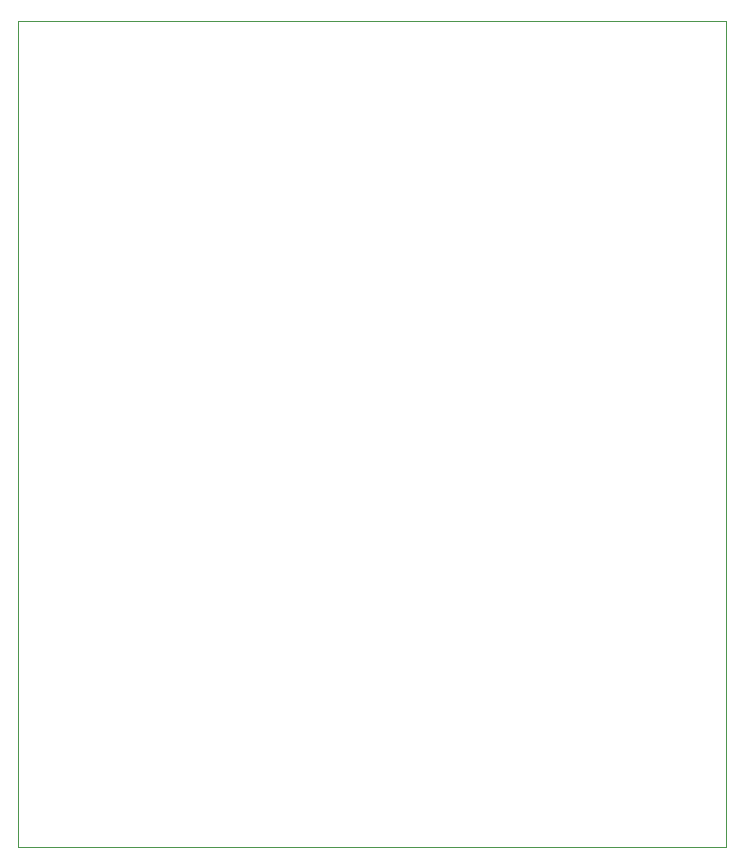
<source format=gbr>
G04 Generated by Ultiboard 14.0 *
%FSLAX34Y34*%
%MOMM*%

%ADD11C,0.0010*%


G04 ColorRGB 00FFFF for the following layer *
%LNBoard Outline*%
%LPD*%
G54D10*
G54D11*
X0Y0D02*
X600000Y0D01*
X600000Y700000D01*
X0Y700000D01*
X0Y0D01*
X600000Y0D01*
X600000Y700000D01*
X0Y700000D01*
X0Y0D01*

M02*

</source>
